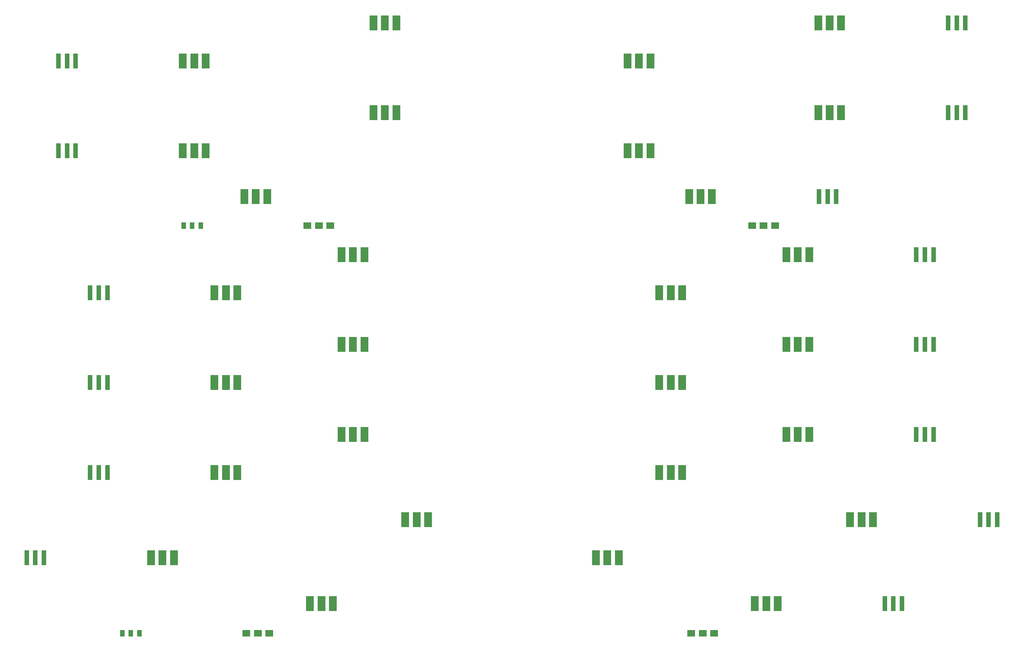
<source format=gbr>
G04 #@! TF.GenerationSoftware,KiCad,Pcbnew,(5.1.0-0)*
G04 #@! TF.CreationDate,2019-05-14T21:28:48-07:00*
G04 #@! TF.ProjectId,InsidePanel,496e7369-6465-4506-916e-656c2e6b6963,rev?*
G04 #@! TF.SameCoordinates,Original*
G04 #@! TF.FileFunction,Paste,Bot*
G04 #@! TF.FilePolarity,Positive*
%FSLAX46Y46*%
G04 Gerber Fmt 4.6, Leading zero omitted, Abs format (unit mm)*
G04 Created by KiCad (PCBNEW (5.1.0-0)) date 2019-05-14 21:28:48*
%MOMM*%
%LPD*%
G04 APERTURE LIST*
%ADD10R,2.000000X1.750000*%
%ADD11R,2.000000X4.000000*%
%ADD12R,1.250000X4.000000*%
%ADD13R,1.250000X1.750000*%
G04 APERTURE END LIST*
D10*
X166747004Y-123985487D03*
X172747004Y-123985487D03*
X169747004Y-123985487D03*
D11*
X266866415Y-116365487D03*
X272866415Y-116365487D03*
X269866415Y-116365487D03*
D12*
X300949611Y-116365487D03*
X305449611Y-116365487D03*
X303199611Y-116365487D03*
D10*
X286413673Y-123985487D03*
X289413673Y-123985487D03*
X283413673Y-123985487D03*
D13*
X134283667Y-123985487D03*
X138783667Y-123985487D03*
X136533667Y-123985487D03*
D11*
X150200229Y-116365487D03*
X156200229Y-116365487D03*
X153200229Y-116365487D03*
D12*
X103730465Y-104315888D03*
X105980465Y-104315888D03*
X101480465Y-104315888D03*
D11*
X184064530Y-94315888D03*
X190064530Y-94315888D03*
X187064530Y-94315888D03*
D12*
X337063914Y-94315888D03*
X339313914Y-94315888D03*
X334813914Y-94315888D03*
D11*
X303730718Y-94315888D03*
X306730718Y-94315888D03*
X300730718Y-94315888D03*
X137064670Y-104315888D03*
X140064670Y-104315888D03*
X134064670Y-104315888D03*
X250730858Y-104315888D03*
X256730858Y-104315888D03*
X253730858Y-104315888D03*
X142372594Y-141618662D03*
X148372594Y-141618662D03*
X145372594Y-141618662D03*
X262038782Y-141618662D03*
X265038782Y-141618662D03*
X259038782Y-141618662D03*
D12*
X109788658Y-141618662D03*
X114288658Y-141618662D03*
X112038658Y-141618662D03*
D11*
X178705794Y-131618662D03*
X181705794Y-131618662D03*
X175705794Y-131618662D03*
D12*
X326455178Y-131618662D03*
X330955178Y-131618662D03*
X328705178Y-131618662D03*
D11*
X292371982Y-131618662D03*
X298371982Y-131618662D03*
X295371982Y-131618662D03*
X145372594Y-165173662D03*
X148372594Y-165173662D03*
X142372594Y-165173662D03*
X259038782Y-165173662D03*
X265038782Y-165173662D03*
X262038782Y-165173662D03*
D12*
X112038658Y-165173662D03*
X114288658Y-165173662D03*
X109788658Y-165173662D03*
D11*
X175705794Y-155173662D03*
X181705794Y-155173662D03*
X178705794Y-155173662D03*
X295371982Y-155173662D03*
X298371982Y-155173662D03*
X292371982Y-155173662D03*
D12*
X328705178Y-155173662D03*
X330955178Y-155173662D03*
X326455178Y-155173662D03*
X109788658Y-188728662D03*
X114288658Y-188728662D03*
X112038658Y-188728662D03*
D11*
X178705794Y-178728662D03*
X181705794Y-178728662D03*
X175705794Y-178728662D03*
X142372594Y-188728662D03*
X148372594Y-188728662D03*
X145372594Y-188728662D03*
X262038782Y-188728662D03*
X265038782Y-188728662D03*
X259038782Y-188728662D03*
X292371982Y-178728662D03*
X298371982Y-178728662D03*
X295371982Y-178728662D03*
D12*
X326455178Y-178728662D03*
X330955178Y-178728662D03*
X328705178Y-178728662D03*
X95404911Y-211083820D03*
X97654911Y-211083820D03*
X93154911Y-211083820D03*
D11*
X195405516Y-201083820D03*
X198405516Y-201083820D03*
X192405516Y-201083820D03*
X125739116Y-211083820D03*
X131739116Y-211083820D03*
X128739116Y-211083820D03*
X245405304Y-211083820D03*
X248405304Y-211083820D03*
X242405304Y-211083820D03*
X309071704Y-201083820D03*
X315071704Y-201083820D03*
X312071704Y-201083820D03*
D12*
X343154900Y-201083820D03*
X347654900Y-201083820D03*
X345404900Y-201083820D03*
X101480465Y-80831888D03*
X105980465Y-80831888D03*
X103730465Y-80831888D03*
D11*
X187064530Y-70831888D03*
X190064530Y-70831888D03*
X184064530Y-70831888D03*
X134064670Y-80831888D03*
X140064670Y-80831888D03*
X137064670Y-80831888D03*
X253730858Y-80831888D03*
X256730858Y-80831888D03*
X250730858Y-80831888D03*
X300730718Y-70831888D03*
X306730718Y-70831888D03*
X303730718Y-70831888D03*
D12*
X334813914Y-70831888D03*
X339313914Y-70831888D03*
X337063914Y-70831888D03*
D13*
X118183442Y-230880700D03*
X122683442Y-230880700D03*
X120433442Y-230880700D03*
D10*
X270433431Y-230880700D03*
X273433431Y-230880700D03*
X267433431Y-230880700D03*
X150766774Y-230880700D03*
X156766774Y-230880700D03*
X153766774Y-230880700D03*
D11*
X284099354Y-223167700D03*
X290099354Y-223167700D03*
X287099354Y-223167700D03*
X167433168Y-223167700D03*
X173433168Y-223167700D03*
X170433168Y-223167700D03*
D12*
X318182550Y-223167700D03*
X322682550Y-223167700D03*
X320432550Y-223167700D03*
M02*

</source>
